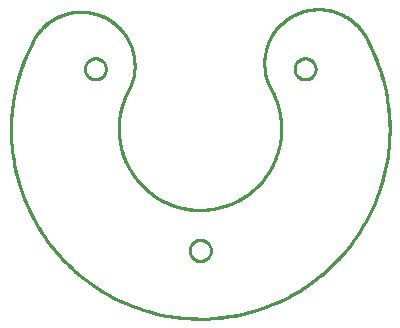
<source format=gko>
G04 EAGLE Gerber RS-274X export*
G75*
%MOMM*%
%FSLAX34Y34*%
%LPD*%
%IN*%
%IPPOS*%
%AMOC8*
5,1,8,0,0,1.08239X$1,22.5*%
G01*
%ADD10C,0.254000*%
%ADD11C,0.000000*%
%ADD12C,0.254000*%


D10*
X-140970Y76200D02*
X-142791Y72730D01*
X-144527Y69217D01*
X-146176Y65663D01*
X-147738Y62069D01*
X-149212Y58438D01*
X-150596Y54772D01*
X-151890Y51073D01*
X-153094Y47344D01*
X-154205Y43587D01*
X-155225Y39803D01*
X-156152Y35996D01*
X-156985Y32167D01*
X-157725Y28319D01*
X-158370Y24454D01*
X-158921Y20574D01*
X-159376Y16682D01*
X-159737Y12780D01*
X-160001Y8870D01*
X-160170Y4955D01*
X-160244Y1038D01*
X-160221Y-2881D01*
X-160103Y-6798D01*
X-159889Y-10710D01*
X-159579Y-14617D01*
X-159174Y-18514D01*
X-158674Y-22401D01*
X-158078Y-26274D01*
X-157389Y-30131D01*
X-156605Y-33971D01*
X-155727Y-37790D01*
X-154757Y-41586D01*
X-153694Y-45358D01*
X-152539Y-49102D01*
X-151293Y-52817D01*
X-149956Y-56501D01*
X-148530Y-60150D01*
X-147014Y-63764D01*
X-145411Y-67340D01*
X-143721Y-70875D01*
X-141945Y-74368D01*
X-140084Y-77817D01*
X-138140Y-81219D01*
X-136113Y-84572D01*
X-134004Y-87875D01*
X-131815Y-91125D01*
X-129548Y-94321D01*
X-127203Y-97461D01*
X-124782Y-100542D01*
X-122286Y-103563D01*
X-119717Y-106522D01*
X-117077Y-109417D01*
X-114366Y-112247D01*
X-111588Y-115010D01*
X-108742Y-117704D01*
X-105832Y-120328D01*
X-102858Y-122880D01*
X-99822Y-125358D01*
X-96727Y-127761D01*
X-93574Y-130088D01*
X-90366Y-132337D01*
X-87103Y-134507D01*
X-83788Y-136597D01*
X-80423Y-138605D01*
X-77010Y-140530D01*
X-73551Y-142371D01*
X-70047Y-144127D01*
X-66502Y-145796D01*
X-62918Y-147379D01*
X-59295Y-148873D01*
X-55637Y-150278D01*
X-51946Y-151594D01*
X-48224Y-152819D01*
X-44473Y-153952D01*
X-40695Y-154994D01*
X-36893Y-155942D01*
X-33069Y-156798D01*
X-29225Y-157559D01*
X-25364Y-158227D01*
X-21488Y-158800D01*
X-17598Y-159278D01*
X-13699Y-159660D01*
X-9791Y-159948D01*
X-5877Y-160139D01*
X-1959Y-160235D01*
X1959Y-160235D01*
X5877Y-160139D01*
X9791Y-159948D01*
X13699Y-159660D01*
X17598Y-159278D01*
X21488Y-158800D01*
X25364Y-158227D01*
X29225Y-157559D01*
X33069Y-156798D01*
X36893Y-155942D01*
X40695Y-154994D01*
X44473Y-153952D01*
X48224Y-152819D01*
X51946Y-151594D01*
X55637Y-150278D01*
X59295Y-148873D01*
X62918Y-147379D01*
X66502Y-145796D01*
X70047Y-144127D01*
X73551Y-142371D01*
X77010Y-140530D01*
X80423Y-138605D01*
X83788Y-136597D01*
X87103Y-134507D01*
X90366Y-132337D01*
X93574Y-130088D01*
X96727Y-127761D01*
X99822Y-125358D01*
X102858Y-122880D01*
X105832Y-120328D01*
X108742Y-117704D01*
X111588Y-115010D01*
X114366Y-112247D01*
X117077Y-109417D01*
X119717Y-106522D01*
X122286Y-103563D01*
X124782Y-100542D01*
X127203Y-97461D01*
X129548Y-94321D01*
X131815Y-91125D01*
X134004Y-87875D01*
X136113Y-84572D01*
X138140Y-81219D01*
X140084Y-77817D01*
X141945Y-74368D01*
X143721Y-70875D01*
X145411Y-67340D01*
X147014Y-63764D01*
X148530Y-60150D01*
X149956Y-56501D01*
X151293Y-52817D01*
X152539Y-49102D01*
X153694Y-45358D01*
X154757Y-41586D01*
X155727Y-37790D01*
X156605Y-33971D01*
X157389Y-30131D01*
X158078Y-26274D01*
X158674Y-22401D01*
X159174Y-18514D01*
X159579Y-14617D01*
X159889Y-10710D01*
X160103Y-6798D01*
X160221Y-2881D01*
X160244Y1038D01*
X160170Y4955D01*
X160001Y8870D01*
X159737Y12780D01*
X159376Y16682D01*
X158921Y20574D01*
X158370Y24454D01*
X157725Y28319D01*
X156985Y32167D01*
X156152Y35996D01*
X155225Y39803D01*
X154205Y43587D01*
X153094Y47344D01*
X151890Y51073D01*
X150596Y54772D01*
X149212Y58438D01*
X147738Y62069D01*
X146176Y65663D01*
X144527Y69217D01*
X142791Y72730D01*
X140970Y76200D01*
X-62230Y30480D02*
X-61664Y31440D01*
X-61122Y32412D01*
X-60604Y33398D01*
X-60110Y34396D01*
X-59640Y35406D01*
X-59196Y36427D01*
X-58776Y37459D01*
X-58382Y38501D01*
X-58014Y39552D01*
X-57671Y40611D01*
X-57354Y41679D01*
X-57064Y42754D01*
X-56800Y43836D01*
X-56562Y44924D01*
X-56351Y46018D01*
X-56167Y47116D01*
X-56010Y48219D01*
X-55880Y49325D01*
X-55777Y50434D01*
X-55701Y51545D01*
X-55653Y52658D01*
X-55631Y53771D01*
X-55637Y54885D01*
X-55670Y55998D01*
X-55730Y57110D01*
X-55818Y58220D01*
X-55932Y59328D01*
X-56074Y60433D01*
X-56242Y61534D01*
X-56438Y62630D01*
X-56660Y63721D01*
X-56909Y64807D01*
X-57184Y65886D01*
X-57486Y66958D01*
X-57814Y68023D01*
X-58167Y69079D01*
X-58547Y70126D01*
X-58952Y71163D01*
X-59382Y72191D01*
X-59837Y73207D01*
X-60317Y74212D01*
X-60821Y75205D01*
X-61350Y76185D01*
X-61902Y77152D01*
X-62478Y78106D01*
X-63077Y79045D01*
X-63698Y79969D01*
X-64342Y80877D01*
X-65008Y81770D01*
X-65696Y82646D01*
X-66405Y83505D01*
X-67135Y84346D01*
X-67885Y85169D01*
X-68655Y85974D01*
X-69445Y86759D01*
X-70253Y87525D01*
X-71080Y88271D01*
X-71925Y88997D01*
X-72787Y89702D01*
X-73667Y90385D01*
X-74563Y91047D01*
X-75474Y91686D01*
X-76402Y92303D01*
X-77344Y92897D01*
X-78300Y93468D01*
X-79270Y94016D01*
X-80253Y94539D01*
X-81248Y95039D01*
X-82256Y95513D01*
X-83274Y95963D01*
X-84304Y96388D01*
X-85343Y96788D01*
X-86392Y97162D01*
X-87450Y97511D01*
X-88516Y97833D01*
X-89590Y98129D01*
X-90670Y98399D01*
X-91757Y98643D01*
X-92849Y98859D01*
X-93947Y99049D01*
X-95048Y99212D01*
X-96154Y99349D01*
X-97262Y99458D01*
X-98373Y99539D01*
X-99485Y99594D01*
X-100599Y99621D01*
X-101712Y99622D01*
X-102826Y99595D01*
X-103938Y99540D01*
X-105049Y99459D01*
X-106157Y99350D01*
X-107263Y99215D01*
X-108364Y99052D01*
X-109462Y98863D01*
X-110554Y98646D01*
X-111641Y98403D01*
X-112722Y98134D01*
X-113795Y97838D01*
X-114862Y97516D01*
X-115920Y97168D01*
X-116969Y96794D01*
X-118008Y96395D01*
X-119038Y95970D01*
X-120057Y95521D01*
X-121064Y95046D01*
X-122060Y94547D01*
X-123043Y94024D01*
X-124013Y93477D01*
X-124970Y92906D01*
X-125912Y92313D01*
X-126839Y91696D01*
X-127751Y91057D01*
X-128647Y90395D01*
X-129527Y89712D01*
X-130390Y89008D01*
X-131235Y88283D01*
X-132062Y87537D01*
X-132871Y86771D01*
X-133661Y85986D01*
X-134431Y85182D01*
X-135182Y84359D01*
X-135912Y83518D01*
X-136621Y82659D01*
X-137309Y81784D01*
X-137976Y80891D01*
X-138620Y79983D01*
X-139242Y79059D01*
X-139841Y78120D01*
X-140417Y77167D01*
X-140970Y76200D01*
X59690Y34290D02*
X59171Y35280D01*
X58677Y36283D01*
X58207Y37298D01*
X57762Y38324D01*
X57342Y39361D01*
X56948Y40407D01*
X56580Y41463D01*
X56237Y42528D01*
X55921Y43600D01*
X55630Y44680D01*
X55367Y45767D01*
X55130Y46860D01*
X54919Y47958D01*
X54736Y49061D01*
X54580Y50169D01*
X54451Y51280D01*
X54349Y52393D01*
X54274Y53509D01*
X54227Y54626D01*
X54207Y55744D01*
X54214Y56863D01*
X54249Y57980D01*
X54311Y59097D01*
X54400Y60212D01*
X54516Y61324D01*
X54660Y62433D01*
X54831Y63538D01*
X55028Y64639D01*
X55253Y65734D01*
X55504Y66824D01*
X55782Y67907D01*
X56086Y68983D01*
X56417Y70052D01*
X56773Y71112D01*
X57155Y72163D01*
X57563Y73204D01*
X57997Y74235D01*
X58455Y75255D01*
X58938Y76264D01*
X59446Y77260D01*
X59977Y78244D01*
X60533Y79214D01*
X61112Y80171D01*
X61715Y81113D01*
X62340Y82040D01*
X62988Y82952D01*
X63658Y83847D01*
X64350Y84726D01*
X65063Y85587D01*
X65796Y86431D01*
X66550Y87257D01*
X67325Y88064D01*
X68118Y88852D01*
X68931Y89620D01*
X69762Y90368D01*
X70611Y91096D01*
X71478Y91802D01*
X72362Y92488D01*
X73262Y93151D01*
X74179Y93792D01*
X75110Y94411D01*
X76057Y95006D01*
X77017Y95579D01*
X77992Y96127D01*
X78980Y96652D01*
X79980Y97152D01*
X80992Y97628D01*
X82015Y98079D01*
X83049Y98504D01*
X84093Y98904D01*
X85147Y99279D01*
X86210Y99628D01*
X87280Y99950D01*
X88359Y100247D01*
X89444Y100517D01*
X90536Y100760D01*
X91633Y100977D01*
X92735Y101166D01*
X93841Y101329D01*
X94951Y101464D01*
X96064Y101573D01*
X97180Y101654D01*
X98297Y101708D01*
X99415Y101734D01*
X100533Y101733D01*
X101651Y101705D01*
X102768Y101649D01*
X103883Y101567D01*
X104996Y101456D01*
X106106Y101319D01*
X107212Y101155D01*
X108314Y100963D01*
X109410Y100745D01*
X110502Y100500D01*
X111586Y100229D01*
X112664Y99931D01*
X113734Y99606D01*
X114796Y99256D01*
X115850Y98880D01*
X116893Y98478D01*
X117927Y98051D01*
X118949Y97598D01*
X119961Y97121D01*
X120960Y96619D01*
X121947Y96093D01*
X122920Y95543D01*
X123880Y94969D01*
X124826Y94372D01*
X125757Y93752D01*
X126672Y93109D01*
X127571Y92444D01*
X128454Y91758D01*
X129319Y91050D01*
X130168Y90321D01*
X130998Y89572D01*
X131809Y88802D01*
X132601Y88013D01*
X133374Y87205D01*
X134127Y86378D01*
X134860Y85533D01*
X135571Y84670D01*
X136261Y83790D01*
X136930Y82894D01*
X137576Y81981D01*
X138200Y81053D01*
X138801Y80110D01*
X139379Y79153D01*
X139933Y78181D01*
X140464Y77197D01*
X140970Y76200D01*
X59690Y34290D02*
X60494Y32816D01*
X61262Y31323D01*
X61993Y29811D01*
X62687Y28282D01*
X63343Y26737D01*
X63962Y25175D01*
X64542Y23600D01*
X65084Y22010D01*
X65586Y20408D01*
X66050Y18794D01*
X66474Y17169D01*
X66858Y15535D01*
X67202Y13891D01*
X67505Y12239D01*
X67769Y10581D01*
X67991Y8917D01*
X68173Y7247D01*
X68315Y5574D01*
X68415Y3898D01*
X68475Y2220D01*
X68493Y541D01*
X68470Y-1138D01*
X68407Y-2816D01*
X68302Y-4492D01*
X68157Y-6165D01*
X67971Y-7834D01*
X67744Y-9498D01*
X67476Y-11155D01*
X67168Y-12806D01*
X66820Y-14449D01*
X66432Y-16083D01*
X66005Y-17706D01*
X65537Y-19319D01*
X65031Y-20920D01*
X64485Y-22508D01*
X63901Y-24083D01*
X63279Y-25642D01*
X62618Y-27186D01*
X61920Y-28713D01*
X61186Y-30223D01*
X60414Y-31715D01*
X59606Y-33187D01*
X58763Y-34639D01*
X57884Y-36070D01*
X56971Y-37479D01*
X56024Y-38865D01*
X55043Y-40228D01*
X54029Y-41567D01*
X52982Y-42880D01*
X51904Y-44168D01*
X50795Y-45428D01*
X49655Y-46661D01*
X48486Y-47867D01*
X47288Y-49043D01*
X46061Y-50189D01*
X44806Y-51305D01*
X43525Y-52391D01*
X42217Y-53444D01*
X40885Y-54466D01*
X39527Y-55454D01*
X38146Y-56409D01*
X36742Y-57331D01*
X35316Y-58217D01*
X33869Y-59069D01*
X32401Y-59885D01*
X30914Y-60664D01*
X29408Y-61408D01*
X27885Y-62114D01*
X26345Y-62783D01*
X24789Y-63414D01*
X23218Y-64007D01*
X21632Y-64561D01*
X20034Y-65077D01*
X18424Y-65553D01*
X16803Y-65990D01*
X15171Y-66387D01*
X13531Y-66744D01*
X11882Y-67061D01*
X10225Y-67338D01*
X8563Y-67574D01*
X6895Y-67770D01*
X5223Y-67925D01*
X3548Y-68039D01*
X1870Y-68111D01*
X191Y-68143D01*
X-1488Y-68134D01*
X-3166Y-68084D01*
X-4843Y-67993D01*
X-6517Y-67861D01*
X-8187Y-67689D01*
X-9853Y-67475D01*
X-11513Y-67221D01*
X-13166Y-66927D01*
X-14812Y-66592D01*
X-16448Y-66217D01*
X-18075Y-65802D01*
X-19692Y-65348D01*
X-21297Y-64854D01*
X-22889Y-64321D01*
X-24468Y-63750D01*
X-26033Y-63140D01*
X-27582Y-62492D01*
X-29115Y-61807D01*
X-30631Y-61084D01*
X-32128Y-60325D01*
X-33607Y-59529D01*
X-35066Y-58697D01*
X-36504Y-57830D01*
X-37920Y-56928D01*
X-39314Y-55992D01*
X-40685Y-55022D01*
X-42032Y-54019D01*
X-43353Y-52983D01*
X-44649Y-51916D01*
X-45919Y-50817D01*
X-47161Y-49687D01*
X-48376Y-48527D01*
X-49562Y-47338D01*
X-50718Y-46121D01*
X-51844Y-44875D01*
X-52940Y-43603D01*
X-54004Y-42304D01*
X-55036Y-40979D01*
X-56036Y-39630D01*
X-57002Y-38257D01*
X-57934Y-36860D01*
X-58832Y-35441D01*
X-59695Y-34001D01*
X-60523Y-32540D01*
X-61315Y-31059D01*
X-62070Y-29559D01*
X-62789Y-28042D01*
X-63470Y-26507D01*
X-64114Y-24956D01*
X-64719Y-23390D01*
X-65287Y-21809D01*
X-65815Y-20215D01*
X-66304Y-18609D01*
X-66754Y-16991D01*
X-67164Y-15363D01*
X-67535Y-13725D01*
X-67865Y-12079D01*
X-68155Y-10425D01*
X-68405Y-8764D01*
X-68614Y-7098D01*
X-68782Y-5427D01*
X-68909Y-3753D01*
X-68996Y-2076D01*
X-69041Y-397D01*
X-69046Y1282D01*
X-69009Y2960D01*
X-68932Y4638D01*
X-68813Y6313D01*
X-68654Y7985D01*
X-68454Y9652D01*
X-68213Y11314D01*
X-67932Y12969D01*
X-67611Y14617D01*
X-67249Y16257D01*
X-66847Y17887D01*
X-66406Y19508D01*
X-65925Y21117D01*
X-65406Y22713D01*
X-64847Y24297D01*
X-64250Y25866D01*
X-63614Y27421D01*
X-62941Y28959D01*
X-62231Y30480D01*
D11*
X-97658Y51250D02*
X-97655Y51468D01*
X-97647Y51686D01*
X-97634Y51904D01*
X-97615Y52121D01*
X-97591Y52338D01*
X-97562Y52554D01*
X-97527Y52770D01*
X-97487Y52984D01*
X-97442Y53198D01*
X-97392Y53410D01*
X-97336Y53621D01*
X-97275Y53831D01*
X-97209Y54039D01*
X-97138Y54245D01*
X-97062Y54449D01*
X-96981Y54652D01*
X-96895Y54853D01*
X-96804Y55051D01*
X-96709Y55247D01*
X-96608Y55441D01*
X-96503Y55632D01*
X-96393Y55820D01*
X-96279Y56006D01*
X-96160Y56189D01*
X-96036Y56369D01*
X-95909Y56546D01*
X-95776Y56719D01*
X-95640Y56890D01*
X-95500Y57057D01*
X-95355Y57220D01*
X-95207Y57380D01*
X-95054Y57536D01*
X-94898Y57689D01*
X-94738Y57837D01*
X-94575Y57982D01*
X-94408Y58122D01*
X-94237Y58258D01*
X-94064Y58391D01*
X-93887Y58518D01*
X-93707Y58642D01*
X-93524Y58761D01*
X-93338Y58875D01*
X-93150Y58985D01*
X-92959Y59090D01*
X-92765Y59191D01*
X-92569Y59286D01*
X-92371Y59377D01*
X-92170Y59463D01*
X-91967Y59544D01*
X-91763Y59620D01*
X-91557Y59691D01*
X-91349Y59757D01*
X-91139Y59818D01*
X-90928Y59874D01*
X-90716Y59924D01*
X-90502Y59969D01*
X-90288Y60009D01*
X-90072Y60044D01*
X-89856Y60073D01*
X-89639Y60097D01*
X-89422Y60116D01*
X-89204Y60129D01*
X-88986Y60137D01*
X-88768Y60140D01*
X-88550Y60137D01*
X-88332Y60129D01*
X-88114Y60116D01*
X-87897Y60097D01*
X-87680Y60073D01*
X-87464Y60044D01*
X-87248Y60009D01*
X-87034Y59969D01*
X-86820Y59924D01*
X-86608Y59874D01*
X-86397Y59818D01*
X-86187Y59757D01*
X-85979Y59691D01*
X-85773Y59620D01*
X-85569Y59544D01*
X-85366Y59463D01*
X-85165Y59377D01*
X-84967Y59286D01*
X-84771Y59191D01*
X-84577Y59090D01*
X-84386Y58985D01*
X-84198Y58875D01*
X-84012Y58761D01*
X-83829Y58642D01*
X-83649Y58518D01*
X-83472Y58391D01*
X-83299Y58258D01*
X-83128Y58122D01*
X-82961Y57982D01*
X-82798Y57837D01*
X-82638Y57689D01*
X-82482Y57536D01*
X-82329Y57380D01*
X-82181Y57220D01*
X-82036Y57057D01*
X-81896Y56890D01*
X-81760Y56719D01*
X-81627Y56546D01*
X-81500Y56369D01*
X-81376Y56189D01*
X-81257Y56006D01*
X-81143Y55820D01*
X-81033Y55632D01*
X-80928Y55441D01*
X-80827Y55247D01*
X-80732Y55051D01*
X-80641Y54853D01*
X-80555Y54652D01*
X-80474Y54449D01*
X-80398Y54245D01*
X-80327Y54039D01*
X-80261Y53831D01*
X-80200Y53621D01*
X-80144Y53410D01*
X-80094Y53198D01*
X-80049Y52984D01*
X-80009Y52770D01*
X-79974Y52554D01*
X-79945Y52338D01*
X-79921Y52121D01*
X-79902Y51904D01*
X-79889Y51686D01*
X-79881Y51468D01*
X-79878Y51250D01*
X-79881Y51032D01*
X-79889Y50814D01*
X-79902Y50596D01*
X-79921Y50379D01*
X-79945Y50162D01*
X-79974Y49946D01*
X-80009Y49730D01*
X-80049Y49516D01*
X-80094Y49302D01*
X-80144Y49090D01*
X-80200Y48879D01*
X-80261Y48669D01*
X-80327Y48461D01*
X-80398Y48255D01*
X-80474Y48051D01*
X-80555Y47848D01*
X-80641Y47647D01*
X-80732Y47449D01*
X-80827Y47253D01*
X-80928Y47059D01*
X-81033Y46868D01*
X-81143Y46680D01*
X-81257Y46494D01*
X-81376Y46311D01*
X-81500Y46131D01*
X-81627Y45954D01*
X-81760Y45781D01*
X-81896Y45610D01*
X-82036Y45443D01*
X-82181Y45280D01*
X-82329Y45120D01*
X-82482Y44964D01*
X-82638Y44811D01*
X-82798Y44663D01*
X-82961Y44518D01*
X-83128Y44378D01*
X-83299Y44242D01*
X-83472Y44109D01*
X-83649Y43982D01*
X-83829Y43858D01*
X-84012Y43739D01*
X-84198Y43625D01*
X-84386Y43515D01*
X-84577Y43410D01*
X-84771Y43309D01*
X-84967Y43214D01*
X-85165Y43123D01*
X-85366Y43037D01*
X-85569Y42956D01*
X-85773Y42880D01*
X-85979Y42809D01*
X-86187Y42743D01*
X-86397Y42682D01*
X-86608Y42626D01*
X-86820Y42576D01*
X-87034Y42531D01*
X-87248Y42491D01*
X-87464Y42456D01*
X-87680Y42427D01*
X-87897Y42403D01*
X-88114Y42384D01*
X-88332Y42371D01*
X-88550Y42363D01*
X-88768Y42360D01*
X-88986Y42363D01*
X-89204Y42371D01*
X-89422Y42384D01*
X-89639Y42403D01*
X-89856Y42427D01*
X-90072Y42456D01*
X-90288Y42491D01*
X-90502Y42531D01*
X-90716Y42576D01*
X-90928Y42626D01*
X-91139Y42682D01*
X-91349Y42743D01*
X-91557Y42809D01*
X-91763Y42880D01*
X-91967Y42956D01*
X-92170Y43037D01*
X-92371Y43123D01*
X-92569Y43214D01*
X-92765Y43309D01*
X-92959Y43410D01*
X-93150Y43515D01*
X-93338Y43625D01*
X-93524Y43739D01*
X-93707Y43858D01*
X-93887Y43982D01*
X-94064Y44109D01*
X-94237Y44242D01*
X-94408Y44378D01*
X-94575Y44518D01*
X-94738Y44663D01*
X-94898Y44811D01*
X-95054Y44964D01*
X-95207Y45120D01*
X-95355Y45280D01*
X-95500Y45443D01*
X-95640Y45610D01*
X-95776Y45781D01*
X-95909Y45954D01*
X-96036Y46131D01*
X-96160Y46311D01*
X-96279Y46494D01*
X-96393Y46680D01*
X-96503Y46868D01*
X-96608Y47059D01*
X-96709Y47253D01*
X-96804Y47449D01*
X-96895Y47647D01*
X-96981Y47848D01*
X-97062Y48051D01*
X-97138Y48255D01*
X-97209Y48461D01*
X-97275Y48669D01*
X-97336Y48879D01*
X-97392Y49090D01*
X-97442Y49302D01*
X-97487Y49516D01*
X-97527Y49730D01*
X-97562Y49946D01*
X-97591Y50162D01*
X-97615Y50379D01*
X-97634Y50596D01*
X-97647Y50814D01*
X-97655Y51032D01*
X-97658Y51250D01*
X-8890Y-102500D02*
X-8887Y-102282D01*
X-8879Y-102064D01*
X-8866Y-101846D01*
X-8847Y-101629D01*
X-8823Y-101412D01*
X-8794Y-101196D01*
X-8759Y-100980D01*
X-8719Y-100766D01*
X-8674Y-100552D01*
X-8624Y-100340D01*
X-8568Y-100129D01*
X-8507Y-99919D01*
X-8441Y-99711D01*
X-8370Y-99505D01*
X-8294Y-99301D01*
X-8213Y-99098D01*
X-8127Y-98897D01*
X-8036Y-98699D01*
X-7941Y-98503D01*
X-7840Y-98309D01*
X-7735Y-98118D01*
X-7625Y-97930D01*
X-7511Y-97744D01*
X-7392Y-97561D01*
X-7268Y-97381D01*
X-7141Y-97204D01*
X-7008Y-97031D01*
X-6872Y-96860D01*
X-6732Y-96693D01*
X-6587Y-96530D01*
X-6439Y-96370D01*
X-6286Y-96214D01*
X-6130Y-96061D01*
X-5970Y-95913D01*
X-5807Y-95768D01*
X-5640Y-95628D01*
X-5469Y-95492D01*
X-5296Y-95359D01*
X-5119Y-95232D01*
X-4939Y-95108D01*
X-4756Y-94989D01*
X-4570Y-94875D01*
X-4382Y-94765D01*
X-4191Y-94660D01*
X-3997Y-94559D01*
X-3801Y-94464D01*
X-3603Y-94373D01*
X-3402Y-94287D01*
X-3199Y-94206D01*
X-2995Y-94130D01*
X-2789Y-94059D01*
X-2581Y-93993D01*
X-2371Y-93932D01*
X-2160Y-93876D01*
X-1948Y-93826D01*
X-1734Y-93781D01*
X-1520Y-93741D01*
X-1304Y-93706D01*
X-1088Y-93677D01*
X-871Y-93653D01*
X-654Y-93634D01*
X-436Y-93621D01*
X-218Y-93613D01*
X0Y-93610D01*
X218Y-93613D01*
X436Y-93621D01*
X654Y-93634D01*
X871Y-93653D01*
X1088Y-93677D01*
X1304Y-93706D01*
X1520Y-93741D01*
X1734Y-93781D01*
X1948Y-93826D01*
X2160Y-93876D01*
X2371Y-93932D01*
X2581Y-93993D01*
X2789Y-94059D01*
X2995Y-94130D01*
X3199Y-94206D01*
X3402Y-94287D01*
X3603Y-94373D01*
X3801Y-94464D01*
X3997Y-94559D01*
X4191Y-94660D01*
X4382Y-94765D01*
X4570Y-94875D01*
X4756Y-94989D01*
X4939Y-95108D01*
X5119Y-95232D01*
X5296Y-95359D01*
X5469Y-95492D01*
X5640Y-95628D01*
X5807Y-95768D01*
X5970Y-95913D01*
X6130Y-96061D01*
X6286Y-96214D01*
X6439Y-96370D01*
X6587Y-96530D01*
X6732Y-96693D01*
X6872Y-96860D01*
X7008Y-97031D01*
X7141Y-97204D01*
X7268Y-97381D01*
X7392Y-97561D01*
X7511Y-97744D01*
X7625Y-97930D01*
X7735Y-98118D01*
X7840Y-98309D01*
X7941Y-98503D01*
X8036Y-98699D01*
X8127Y-98897D01*
X8213Y-99098D01*
X8294Y-99301D01*
X8370Y-99505D01*
X8441Y-99711D01*
X8507Y-99919D01*
X8568Y-100129D01*
X8624Y-100340D01*
X8674Y-100552D01*
X8719Y-100766D01*
X8759Y-100980D01*
X8794Y-101196D01*
X8823Y-101412D01*
X8847Y-101629D01*
X8866Y-101846D01*
X8879Y-102064D01*
X8887Y-102282D01*
X8890Y-102500D01*
X8887Y-102718D01*
X8879Y-102936D01*
X8866Y-103154D01*
X8847Y-103371D01*
X8823Y-103588D01*
X8794Y-103804D01*
X8759Y-104020D01*
X8719Y-104234D01*
X8674Y-104448D01*
X8624Y-104660D01*
X8568Y-104871D01*
X8507Y-105081D01*
X8441Y-105289D01*
X8370Y-105495D01*
X8294Y-105699D01*
X8213Y-105902D01*
X8127Y-106103D01*
X8036Y-106301D01*
X7941Y-106497D01*
X7840Y-106691D01*
X7735Y-106882D01*
X7625Y-107070D01*
X7511Y-107256D01*
X7392Y-107439D01*
X7268Y-107619D01*
X7141Y-107796D01*
X7008Y-107969D01*
X6872Y-108140D01*
X6732Y-108307D01*
X6587Y-108470D01*
X6439Y-108630D01*
X6286Y-108786D01*
X6130Y-108939D01*
X5970Y-109087D01*
X5807Y-109232D01*
X5640Y-109372D01*
X5469Y-109508D01*
X5296Y-109641D01*
X5119Y-109768D01*
X4939Y-109892D01*
X4756Y-110011D01*
X4570Y-110125D01*
X4382Y-110235D01*
X4191Y-110340D01*
X3997Y-110441D01*
X3801Y-110536D01*
X3603Y-110627D01*
X3402Y-110713D01*
X3199Y-110794D01*
X2995Y-110870D01*
X2789Y-110941D01*
X2581Y-111007D01*
X2371Y-111068D01*
X2160Y-111124D01*
X1948Y-111174D01*
X1734Y-111219D01*
X1520Y-111259D01*
X1304Y-111294D01*
X1088Y-111323D01*
X871Y-111347D01*
X654Y-111366D01*
X436Y-111379D01*
X218Y-111387D01*
X0Y-111390D01*
X-218Y-111387D01*
X-436Y-111379D01*
X-654Y-111366D01*
X-871Y-111347D01*
X-1088Y-111323D01*
X-1304Y-111294D01*
X-1520Y-111259D01*
X-1734Y-111219D01*
X-1948Y-111174D01*
X-2160Y-111124D01*
X-2371Y-111068D01*
X-2581Y-111007D01*
X-2789Y-110941D01*
X-2995Y-110870D01*
X-3199Y-110794D01*
X-3402Y-110713D01*
X-3603Y-110627D01*
X-3801Y-110536D01*
X-3997Y-110441D01*
X-4191Y-110340D01*
X-4382Y-110235D01*
X-4570Y-110125D01*
X-4756Y-110011D01*
X-4939Y-109892D01*
X-5119Y-109768D01*
X-5296Y-109641D01*
X-5469Y-109508D01*
X-5640Y-109372D01*
X-5807Y-109232D01*
X-5970Y-109087D01*
X-6130Y-108939D01*
X-6286Y-108786D01*
X-6439Y-108630D01*
X-6587Y-108470D01*
X-6732Y-108307D01*
X-6872Y-108140D01*
X-7008Y-107969D01*
X-7141Y-107796D01*
X-7268Y-107619D01*
X-7392Y-107439D01*
X-7511Y-107256D01*
X-7625Y-107070D01*
X-7735Y-106882D01*
X-7840Y-106691D01*
X-7941Y-106497D01*
X-8036Y-106301D01*
X-8127Y-106103D01*
X-8213Y-105902D01*
X-8294Y-105699D01*
X-8370Y-105495D01*
X-8441Y-105289D01*
X-8507Y-105081D01*
X-8568Y-104871D01*
X-8624Y-104660D01*
X-8674Y-104448D01*
X-8719Y-104234D01*
X-8759Y-104020D01*
X-8794Y-103804D01*
X-8823Y-103588D01*
X-8847Y-103371D01*
X-8866Y-103154D01*
X-8879Y-102936D01*
X-8887Y-102718D01*
X-8890Y-102500D01*
X79878Y51250D02*
X79881Y51468D01*
X79889Y51686D01*
X79902Y51904D01*
X79921Y52121D01*
X79945Y52338D01*
X79974Y52554D01*
X80009Y52770D01*
X80049Y52984D01*
X80094Y53198D01*
X80144Y53410D01*
X80200Y53621D01*
X80261Y53831D01*
X80327Y54039D01*
X80398Y54245D01*
X80474Y54449D01*
X80555Y54652D01*
X80641Y54853D01*
X80732Y55051D01*
X80827Y55247D01*
X80928Y55441D01*
X81033Y55632D01*
X81143Y55820D01*
X81257Y56006D01*
X81376Y56189D01*
X81500Y56369D01*
X81627Y56546D01*
X81760Y56719D01*
X81896Y56890D01*
X82036Y57057D01*
X82181Y57220D01*
X82329Y57380D01*
X82482Y57536D01*
X82638Y57689D01*
X82798Y57837D01*
X82961Y57982D01*
X83128Y58122D01*
X83299Y58258D01*
X83472Y58391D01*
X83649Y58518D01*
X83829Y58642D01*
X84012Y58761D01*
X84198Y58875D01*
X84386Y58985D01*
X84577Y59090D01*
X84771Y59191D01*
X84967Y59286D01*
X85165Y59377D01*
X85366Y59463D01*
X85569Y59544D01*
X85773Y59620D01*
X85979Y59691D01*
X86187Y59757D01*
X86397Y59818D01*
X86608Y59874D01*
X86820Y59924D01*
X87034Y59969D01*
X87248Y60009D01*
X87464Y60044D01*
X87680Y60073D01*
X87897Y60097D01*
X88114Y60116D01*
X88332Y60129D01*
X88550Y60137D01*
X88768Y60140D01*
X88986Y60137D01*
X89204Y60129D01*
X89422Y60116D01*
X89639Y60097D01*
X89856Y60073D01*
X90072Y60044D01*
X90288Y60009D01*
X90502Y59969D01*
X90716Y59924D01*
X90928Y59874D01*
X91139Y59818D01*
X91349Y59757D01*
X91557Y59691D01*
X91763Y59620D01*
X91967Y59544D01*
X92170Y59463D01*
X92371Y59377D01*
X92569Y59286D01*
X92765Y59191D01*
X92959Y59090D01*
X93150Y58985D01*
X93338Y58875D01*
X93524Y58761D01*
X93707Y58642D01*
X93887Y58518D01*
X94064Y58391D01*
X94237Y58258D01*
X94408Y58122D01*
X94575Y57982D01*
X94738Y57837D01*
X94898Y57689D01*
X95054Y57536D01*
X95207Y57380D01*
X95355Y57220D01*
X95500Y57057D01*
X95640Y56890D01*
X95776Y56719D01*
X95909Y56546D01*
X96036Y56369D01*
X96160Y56189D01*
X96279Y56006D01*
X96393Y55820D01*
X96503Y55632D01*
X96608Y55441D01*
X96709Y55247D01*
X96804Y55051D01*
X96895Y54853D01*
X96981Y54652D01*
X97062Y54449D01*
X97138Y54245D01*
X97209Y54039D01*
X97275Y53831D01*
X97336Y53621D01*
X97392Y53410D01*
X97442Y53198D01*
X97487Y52984D01*
X97527Y52770D01*
X97562Y52554D01*
X97591Y52338D01*
X97615Y52121D01*
X97634Y51904D01*
X97647Y51686D01*
X97655Y51468D01*
X97658Y51250D01*
X97655Y51032D01*
X97647Y50814D01*
X97634Y50596D01*
X97615Y50379D01*
X97591Y50162D01*
X97562Y49946D01*
X97527Y49730D01*
X97487Y49516D01*
X97442Y49302D01*
X97392Y49090D01*
X97336Y48879D01*
X97275Y48669D01*
X97209Y48461D01*
X97138Y48255D01*
X97062Y48051D01*
X96981Y47848D01*
X96895Y47647D01*
X96804Y47449D01*
X96709Y47253D01*
X96608Y47059D01*
X96503Y46868D01*
X96393Y46680D01*
X96279Y46494D01*
X96160Y46311D01*
X96036Y46131D01*
X95909Y45954D01*
X95776Y45781D01*
X95640Y45610D01*
X95500Y45443D01*
X95355Y45280D01*
X95207Y45120D01*
X95054Y44964D01*
X94898Y44811D01*
X94738Y44663D01*
X94575Y44518D01*
X94408Y44378D01*
X94237Y44242D01*
X94064Y44109D01*
X93887Y43982D01*
X93707Y43858D01*
X93524Y43739D01*
X93338Y43625D01*
X93150Y43515D01*
X92959Y43410D01*
X92765Y43309D01*
X92569Y43214D01*
X92371Y43123D01*
X92170Y43037D01*
X91967Y42956D01*
X91763Y42880D01*
X91557Y42809D01*
X91349Y42743D01*
X91139Y42682D01*
X90928Y42626D01*
X90716Y42576D01*
X90502Y42531D01*
X90288Y42491D01*
X90072Y42456D01*
X89856Y42427D01*
X89639Y42403D01*
X89422Y42384D01*
X89204Y42371D01*
X88986Y42363D01*
X88768Y42360D01*
X88550Y42363D01*
X88332Y42371D01*
X88114Y42384D01*
X87897Y42403D01*
X87680Y42427D01*
X87464Y42456D01*
X87248Y42491D01*
X87034Y42531D01*
X86820Y42576D01*
X86608Y42626D01*
X86397Y42682D01*
X86187Y42743D01*
X85979Y42809D01*
X85773Y42880D01*
X85569Y42956D01*
X85366Y43037D01*
X85165Y43123D01*
X84967Y43214D01*
X84771Y43309D01*
X84577Y43410D01*
X84386Y43515D01*
X84198Y43625D01*
X84012Y43739D01*
X83829Y43858D01*
X83649Y43982D01*
X83472Y44109D01*
X83299Y44242D01*
X83128Y44378D01*
X82961Y44518D01*
X82798Y44663D01*
X82638Y44811D01*
X82482Y44964D01*
X82329Y45120D01*
X82181Y45280D01*
X82036Y45443D01*
X81896Y45610D01*
X81760Y45781D01*
X81627Y45954D01*
X81500Y46131D01*
X81376Y46311D01*
X81257Y46494D01*
X81143Y46680D01*
X81033Y46868D01*
X80928Y47059D01*
X80827Y47253D01*
X80732Y47449D01*
X80641Y47647D01*
X80555Y47848D01*
X80474Y48051D01*
X80398Y48255D01*
X80327Y48461D01*
X80261Y48669D01*
X80200Y48879D01*
X80144Y49090D01*
X80094Y49302D01*
X80049Y49516D01*
X80009Y49730D01*
X79974Y49946D01*
X79945Y50162D01*
X79921Y50379D01*
X79902Y50596D01*
X79889Y50814D01*
X79881Y51032D01*
X79878Y51250D01*
D12*
X-140970Y76200D02*
X-147075Y63624D01*
X-152060Y50563D01*
X-155889Y37118D01*
X-158530Y23390D01*
X-159966Y9484D01*
X-160184Y-4494D01*
X-159182Y-18438D01*
X-156970Y-32241D01*
X-153562Y-45799D01*
X-148986Y-59009D01*
X-143276Y-71769D01*
X-136476Y-83984D01*
X-128637Y-95559D01*
X-119819Y-106407D01*
X-110089Y-116445D01*
X-99522Y-125596D01*
X-88196Y-133792D01*
X-76200Y-140970D01*
X-63624Y-147075D01*
X-50563Y-152060D01*
X-37118Y-155889D01*
X-23390Y-158530D01*
X-9484Y-159966D01*
X4494Y-160184D01*
X18438Y-159182D01*
X32241Y-156970D01*
X45799Y-153562D01*
X59009Y-148986D01*
X71769Y-143276D01*
X83984Y-136476D01*
X95559Y-128637D01*
X106407Y-119819D01*
X116445Y-110089D01*
X125596Y-99522D01*
X133792Y-88196D01*
X140970Y-76200D01*
X147075Y-63624D01*
X152060Y-50563D01*
X155889Y-37118D01*
X158530Y-23390D01*
X159966Y-9484D01*
X160184Y4494D01*
X159182Y18438D01*
X156970Y32241D01*
X153562Y45799D01*
X148986Y59009D01*
X143276Y71769D01*
X140970Y76200D01*
X139054Y79699D01*
X136840Y83018D01*
X134345Y86132D01*
X131588Y89016D01*
X128591Y91649D01*
X125375Y94010D01*
X121966Y96083D01*
X118389Y97850D01*
X114672Y99299D01*
X110843Y100419D01*
X106930Y101200D01*
X102965Y101637D01*
X98976Y101728D01*
X94995Y101470D01*
X91051Y100866D01*
X87175Y99921D01*
X83396Y98641D01*
X79743Y97037D01*
X76244Y95121D01*
X72925Y92907D01*
X69812Y90412D01*
X66927Y87656D01*
X64294Y84658D01*
X61933Y81443D01*
X59860Y78034D01*
X58093Y74457D01*
X56644Y70740D01*
X55525Y66910D01*
X54743Y62998D01*
X54306Y59032D01*
X54216Y55044D01*
X54473Y51062D01*
X55077Y47119D01*
X56022Y43243D01*
X57302Y39464D01*
X58906Y35811D01*
X59690Y34290D01*
X62396Y28935D01*
X64625Y23365D01*
X66360Y17622D01*
X67587Y11750D01*
X68299Y5793D01*
X68488Y-204D01*
X68154Y-6194D01*
X67299Y-12132D01*
X65930Y-17973D01*
X64057Y-23673D01*
X61695Y-29188D01*
X58860Y-34476D01*
X55576Y-39496D01*
X51867Y-44211D01*
X47760Y-48585D01*
X43289Y-52585D01*
X38485Y-56180D01*
X33387Y-59342D01*
X28032Y-62048D01*
X22462Y-64276D01*
X16719Y-66011D01*
X10846Y-67239D01*
X4889Y-67950D01*
X-1107Y-68140D01*
X-7097Y-67806D01*
X-13036Y-66951D01*
X-18877Y-65582D01*
X-24576Y-63709D01*
X-30091Y-61346D01*
X-35379Y-58512D01*
X-40399Y-55228D01*
X-45115Y-51518D01*
X-49489Y-47412D01*
X-53488Y-42940D01*
X-57083Y-38137D01*
X-60245Y-33038D01*
X-62951Y-27684D01*
X-65180Y-22114D01*
X-66915Y-16371D01*
X-68142Y-10498D01*
X-68854Y-4541D01*
X-69043Y1455D01*
X-68709Y7446D01*
X-67854Y13384D01*
X-66485Y19225D01*
X-64612Y24925D01*
X-62250Y30439D01*
X-62230Y30480D01*
X-60320Y33963D01*
X-58722Y37600D01*
X-57446Y41361D01*
X-56503Y45220D01*
X-55900Y49146D01*
X-55641Y53110D01*
X-55729Y57082D01*
X-56162Y61030D01*
X-56938Y64926D01*
X-58051Y68739D01*
X-59492Y72441D01*
X-61250Y76003D01*
X-63311Y79399D01*
X-65661Y82601D01*
X-68281Y85587D01*
X-71151Y88333D01*
X-74250Y90819D01*
X-77554Y93025D01*
X-81037Y94934D01*
X-84673Y96533D01*
X-88435Y97809D01*
X-92294Y98752D01*
X-96220Y99355D01*
X-100184Y99614D01*
X-104155Y99526D01*
X-108104Y99093D01*
X-111999Y98316D01*
X-115813Y97204D01*
X-119515Y95763D01*
X-123077Y94005D01*
X-126472Y91943D01*
X-129675Y89594D01*
X-132661Y86974D01*
X-135407Y84103D01*
X-137892Y81005D01*
X-140098Y77701D01*
X-140970Y76200D01*
X-79878Y50862D02*
X-79945Y50089D01*
X-80080Y49324D01*
X-80281Y48574D01*
X-80546Y47845D01*
X-80875Y47141D01*
X-81263Y46469D01*
X-81708Y45833D01*
X-82207Y45238D01*
X-82756Y44689D01*
X-83351Y44190D01*
X-83986Y43745D01*
X-84659Y43357D01*
X-85362Y43029D01*
X-86092Y42763D01*
X-86842Y42562D01*
X-87606Y42428D01*
X-88379Y42360D01*
X-89156Y42360D01*
X-89929Y42428D01*
X-90694Y42562D01*
X-91443Y42763D01*
X-92173Y43029D01*
X-92876Y43357D01*
X-93549Y43745D01*
X-94185Y44190D01*
X-94779Y44689D01*
X-95328Y45238D01*
X-95827Y45833D01*
X-96273Y46469D01*
X-96661Y47141D01*
X-96989Y47845D01*
X-97254Y48574D01*
X-97455Y49324D01*
X-97590Y50089D01*
X-97658Y50862D01*
X-97658Y51638D01*
X-97590Y52411D01*
X-97455Y53176D01*
X-97254Y53926D01*
X-96989Y54655D01*
X-96661Y55359D01*
X-96273Y56031D01*
X-95827Y56667D01*
X-95328Y57262D01*
X-94779Y57811D01*
X-94185Y58310D01*
X-93549Y58755D01*
X-92876Y59143D01*
X-92173Y59471D01*
X-91443Y59737D01*
X-90694Y59938D01*
X-89929Y60072D01*
X-89156Y60140D01*
X-88379Y60140D01*
X-87606Y60072D01*
X-86842Y59938D01*
X-86092Y59737D01*
X-85362Y59471D01*
X-84659Y59143D01*
X-83986Y58755D01*
X-83351Y58310D01*
X-82756Y57811D01*
X-82207Y57262D01*
X-81708Y56667D01*
X-81263Y56031D01*
X-80875Y55359D01*
X-80546Y54655D01*
X-80281Y53926D01*
X-80080Y53176D01*
X-79945Y52411D01*
X-79878Y51638D01*
X-79878Y50862D01*
X8890Y-102888D02*
X8822Y-103661D01*
X8688Y-104426D01*
X8487Y-105176D01*
X8221Y-105905D01*
X7893Y-106609D01*
X7505Y-107281D01*
X7060Y-107917D01*
X6561Y-108512D01*
X6012Y-109061D01*
X5417Y-109560D01*
X4781Y-110005D01*
X4109Y-110393D01*
X3405Y-110721D01*
X2676Y-110987D01*
X1926Y-111188D01*
X1161Y-111322D01*
X388Y-111390D01*
X-388Y-111390D01*
X-1161Y-111322D01*
X-1926Y-111188D01*
X-2676Y-110987D01*
X-3405Y-110721D01*
X-4109Y-110393D01*
X-4781Y-110005D01*
X-5417Y-109560D01*
X-6012Y-109061D01*
X-6561Y-108512D01*
X-7060Y-107917D01*
X-7505Y-107281D01*
X-7893Y-106609D01*
X-8221Y-105905D01*
X-8487Y-105176D01*
X-8688Y-104426D01*
X-8822Y-103661D01*
X-8890Y-102888D01*
X-8890Y-102112D01*
X-8822Y-101339D01*
X-8688Y-100574D01*
X-8487Y-99824D01*
X-8221Y-99095D01*
X-7893Y-98391D01*
X-7505Y-97719D01*
X-7060Y-97083D01*
X-6561Y-96488D01*
X-6012Y-95939D01*
X-5417Y-95440D01*
X-4781Y-94995D01*
X-4109Y-94607D01*
X-3405Y-94279D01*
X-2676Y-94013D01*
X-1926Y-93812D01*
X-1161Y-93678D01*
X-388Y-93610D01*
X388Y-93610D01*
X1161Y-93678D01*
X1926Y-93812D01*
X2676Y-94013D01*
X3405Y-94279D01*
X4109Y-94607D01*
X4781Y-94995D01*
X5417Y-95440D01*
X6012Y-95939D01*
X6561Y-96488D01*
X7060Y-97083D01*
X7505Y-97719D01*
X7893Y-98391D01*
X8221Y-99095D01*
X8487Y-99824D01*
X8688Y-100574D01*
X8822Y-101339D01*
X8890Y-102112D01*
X8890Y-102888D01*
X97658Y50862D02*
X97590Y50089D01*
X97455Y49324D01*
X97254Y48574D01*
X96989Y47845D01*
X96661Y47141D01*
X96273Y46469D01*
X95827Y45833D01*
X95328Y45238D01*
X94779Y44689D01*
X94185Y44190D01*
X93549Y43745D01*
X92876Y43357D01*
X92173Y43029D01*
X91443Y42763D01*
X90694Y42562D01*
X89929Y42428D01*
X89156Y42360D01*
X88379Y42360D01*
X87606Y42428D01*
X86842Y42562D01*
X86092Y42763D01*
X85362Y43029D01*
X84659Y43357D01*
X83986Y43745D01*
X83351Y44190D01*
X82756Y44689D01*
X82207Y45238D01*
X81708Y45833D01*
X81263Y46469D01*
X80875Y47141D01*
X80546Y47845D01*
X80281Y48574D01*
X80080Y49324D01*
X79945Y50089D01*
X79878Y50862D01*
X79878Y51638D01*
X79945Y52411D01*
X80080Y53176D01*
X80281Y53926D01*
X80546Y54655D01*
X80875Y55359D01*
X81263Y56031D01*
X81708Y56667D01*
X82207Y57262D01*
X82756Y57811D01*
X83351Y58310D01*
X83986Y58755D01*
X84659Y59143D01*
X85362Y59471D01*
X86092Y59737D01*
X86842Y59938D01*
X87606Y60072D01*
X88379Y60140D01*
X89156Y60140D01*
X89929Y60072D01*
X90694Y59938D01*
X91443Y59737D01*
X92173Y59471D01*
X92876Y59143D01*
X93549Y58755D01*
X94185Y58310D01*
X94779Y57811D01*
X95328Y57262D01*
X95827Y56667D01*
X96273Y56031D01*
X96661Y55359D01*
X96989Y54655D01*
X97254Y53926D01*
X97455Y53176D01*
X97590Y52411D01*
X97658Y51638D01*
X97658Y50862D01*
M02*

</source>
